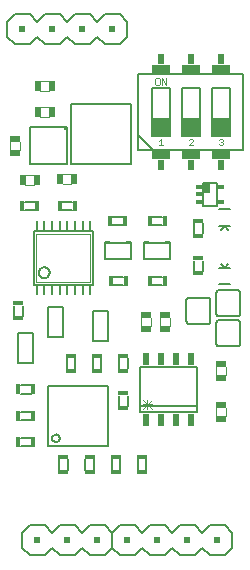
<source format=gto>
G75*
%MOIN*%
%OFA0B0*%
%FSLAX24Y24*%
%IPPOS*%
%LPD*%
%AMOC8*
5,1,8,0,0,1.08239X$1,22.5*
%
%ADD10C,0.0040*%
%ADD11C,0.0080*%
%ADD12R,0.0193X0.0433*%
%ADD13R,0.0374X0.0197*%
%ADD14C,0.0060*%
%ADD15R,0.0200X0.0200*%
%ADD16C,0.0020*%
%ADD17R,0.0591X0.0295*%
%ADD18R,0.0591X0.0591*%
%ADD19R,0.0197X0.0374*%
%ADD20C,0.0050*%
%ADD21R,0.0080X0.0330*%
%ADD22R,0.0207X0.0118*%
%ADD23R,0.0200X0.0350*%
%ADD24R,0.0197X0.0374*%
%ADD25R,0.0160X0.0340*%
%ADD26R,0.0340X0.0160*%
D10*
X005180Y008385D02*
X005180Y008665D01*
X005515Y008665D02*
X005515Y008385D01*
X005810Y008385D02*
X005810Y008665D01*
X006145Y008665D02*
X006145Y008385D01*
X005552Y005929D02*
X005245Y005622D01*
X005245Y005775D02*
X005552Y005775D01*
X005552Y005622D02*
X005245Y005929D01*
X005398Y005929D02*
X005398Y005622D01*
X007685Y005665D02*
X007685Y005385D01*
X008020Y005385D02*
X008020Y005665D01*
X008015Y006760D02*
X008015Y007040D01*
X007680Y007040D02*
X007680Y006760D01*
X002865Y013110D02*
X002585Y013110D01*
X002585Y013445D02*
X002865Y013445D01*
X002115Y015355D02*
X001835Y015355D01*
X001835Y015690D02*
X002115Y015690D01*
X002115Y016230D02*
X001835Y016230D01*
X001835Y016565D02*
X002115Y016565D01*
X001140Y014540D02*
X001140Y014260D01*
X000805Y014260D02*
X000805Y014540D01*
X001335Y013440D02*
X001615Y013440D01*
X001615Y013105D02*
X001335Y013105D01*
D11*
X001225Y001000D02*
X001475Y000750D01*
X001975Y000750D01*
X002225Y001000D01*
X002475Y000750D01*
X002975Y000750D01*
X003225Y001000D01*
X003475Y000750D01*
X003975Y000750D01*
X004225Y001000D01*
X004225Y001500D01*
X003975Y001750D01*
X003475Y001750D01*
X003225Y001500D01*
X002975Y001750D01*
X002475Y001750D01*
X002225Y001500D01*
X001975Y001750D01*
X001475Y001750D01*
X001225Y001500D01*
X001225Y001000D01*
X004225Y001000D02*
X004475Y000750D01*
X004975Y000750D01*
X005225Y001000D01*
X005475Y000750D01*
X005975Y000750D01*
X006225Y001000D01*
X006475Y000750D01*
X006975Y000750D01*
X007225Y001000D01*
X007475Y000750D01*
X007975Y000750D01*
X008225Y001000D01*
X008225Y001500D01*
X007975Y001750D01*
X007475Y001750D01*
X007225Y001500D01*
X006975Y001750D01*
X006475Y001750D01*
X006225Y001500D01*
X005975Y001750D01*
X005475Y001750D01*
X005225Y001500D01*
X004975Y001750D01*
X004475Y001750D01*
X004225Y001500D01*
X004225Y001000D01*
X005155Y005527D02*
X005155Y005724D01*
X007045Y005724D01*
X007045Y005527D01*
X005155Y005527D01*
X005155Y005724D02*
X005155Y007023D01*
X007045Y007023D01*
X007045Y005724D01*
X006158Y010761D02*
X006158Y011176D01*
X005990Y011176D01*
X005460Y011176D02*
X005292Y011176D01*
X005292Y010761D01*
X004854Y010761D02*
X004854Y011176D01*
X004686Y011176D01*
X004156Y011176D02*
X003988Y011176D01*
X003988Y010761D01*
X005100Y014255D02*
X008590Y014255D01*
X008372Y014255D01*
X008590Y014255D02*
X008590Y016795D01*
X005100Y016795D01*
X005100Y014255D01*
X005592Y014255D01*
X005110Y014738D01*
X005319Y014255D02*
X005592Y014255D01*
X005555Y014738D02*
X005555Y016312D01*
X006145Y016312D01*
X006145Y014738D01*
X005555Y014738D01*
X006319Y014255D02*
X006372Y014255D01*
X006555Y014738D02*
X006555Y016312D01*
X007145Y016312D01*
X007145Y014738D01*
X006555Y014738D01*
X007319Y014255D02*
X007372Y014255D01*
X007555Y014738D02*
X007555Y016312D01*
X008145Y016312D01*
X008145Y014738D01*
X007555Y014738D01*
X007711Y013159D02*
X007239Y013159D01*
X007239Y012391D01*
X007711Y012391D01*
X007711Y013159D01*
X007372Y016795D02*
X007319Y016795D01*
X006372Y016795D02*
X006319Y016795D01*
X005319Y016795D02*
X005100Y016795D01*
X004475Y017775D02*
X003975Y017775D01*
X003725Y018025D01*
X003475Y017775D01*
X002975Y017775D01*
X002725Y018025D01*
X002475Y017775D01*
X001975Y017775D01*
X001725Y018025D01*
X001475Y017775D01*
X000975Y017775D01*
X000725Y018025D01*
X000725Y018525D01*
X000975Y018775D01*
X001475Y018775D01*
X001725Y018525D01*
X001975Y018775D01*
X002475Y018775D01*
X002725Y018525D01*
X002975Y018775D01*
X003475Y018775D01*
X003725Y018525D01*
X003975Y018775D01*
X004475Y018775D01*
X004725Y018525D01*
X004725Y018025D01*
X004475Y017775D01*
X008372Y016795D02*
X008590Y016795D01*
D12*
X006850Y007279D03*
X006350Y007279D03*
X005850Y007279D03*
X005350Y007279D03*
X005350Y005271D03*
X005850Y005271D03*
X006350Y005271D03*
X006850Y005271D03*
D13*
X007852Y005297D03*
X007852Y005757D03*
X007848Y006668D03*
X007848Y007128D03*
X005977Y008297D03*
X005977Y008757D03*
X005348Y008753D03*
X005348Y008293D03*
X000973Y014168D03*
X000973Y014628D03*
D14*
X001305Y012540D02*
X001645Y012540D01*
X001645Y012260D02*
X001305Y012260D01*
X001610Y011549D02*
X001610Y009751D01*
X003590Y009751D01*
X003590Y011549D01*
X001610Y011549D01*
X001780Y010170D02*
X001782Y010196D01*
X001788Y010222D01*
X001797Y010246D01*
X001810Y010269D01*
X001826Y010290D01*
X001845Y010308D01*
X001866Y010324D01*
X001890Y010336D01*
X001914Y010344D01*
X001940Y010349D01*
X001967Y010350D01*
X001993Y010347D01*
X002018Y010340D01*
X002042Y010330D01*
X002065Y010316D01*
X002085Y010300D01*
X002102Y010280D01*
X002117Y010258D01*
X002128Y010234D01*
X002136Y010209D01*
X002140Y010183D01*
X002140Y010157D01*
X002136Y010131D01*
X002128Y010106D01*
X002117Y010082D01*
X002102Y010060D01*
X002085Y010040D01*
X002065Y010024D01*
X002042Y010010D01*
X002018Y010000D01*
X001993Y009993D01*
X001967Y009990D01*
X001940Y009991D01*
X001914Y009996D01*
X001890Y010004D01*
X001866Y010016D01*
X001845Y010032D01*
X001826Y010050D01*
X001810Y010071D01*
X001797Y010094D01*
X001788Y010118D01*
X001782Y010144D01*
X001780Y010170D01*
X001240Y009070D02*
X001240Y008730D01*
X000960Y008730D02*
X000960Y009070D01*
X001180Y006415D02*
X001520Y006415D01*
X001520Y006135D02*
X001180Y006135D01*
X001180Y005540D02*
X001520Y005540D01*
X001520Y005260D02*
X001180Y005260D01*
X001180Y004665D02*
X001520Y004665D01*
X001520Y004385D02*
X001180Y004385D01*
X002460Y003945D02*
X002460Y003605D01*
X002740Y003605D02*
X002740Y003945D01*
X003335Y003945D02*
X003335Y003605D01*
X003615Y003605D02*
X003615Y003945D01*
X004210Y003945D02*
X004210Y003605D01*
X004490Y003605D02*
X004490Y003945D01*
X005085Y003945D02*
X005085Y003605D01*
X005365Y003605D02*
X005365Y003945D01*
X004740Y005730D02*
X004740Y006070D01*
X004460Y006070D02*
X004460Y005730D01*
X004460Y006980D02*
X004460Y007320D01*
X004740Y007320D02*
X004740Y006980D01*
X003865Y006980D02*
X003865Y007320D01*
X003585Y007320D02*
X003585Y006980D01*
X002990Y006980D02*
X002990Y007320D01*
X002710Y007320D02*
X002710Y006980D01*
X004251Y009760D02*
X004591Y009760D01*
X004591Y010040D02*
X004251Y010040D01*
X003979Y010640D02*
X003979Y011160D01*
X004863Y011160D01*
X004863Y010640D01*
X003979Y010640D01*
X004234Y011760D02*
X004574Y011760D01*
X004574Y012040D02*
X004234Y012040D01*
X005283Y011160D02*
X005283Y010640D01*
X006167Y010640D01*
X006167Y011160D01*
X005283Y011160D01*
X005555Y011760D02*
X005895Y011760D01*
X005895Y012040D02*
X005555Y012040D01*
X005555Y010040D02*
X005895Y010040D01*
X005895Y009760D02*
X005555Y009760D01*
X006700Y009240D02*
X006700Y008560D01*
X006702Y008543D01*
X006706Y008526D01*
X006713Y008510D01*
X006723Y008496D01*
X006736Y008483D01*
X006750Y008473D01*
X006766Y008466D01*
X006783Y008462D01*
X006800Y008460D01*
X007400Y008460D01*
X007417Y008462D01*
X007434Y008466D01*
X007450Y008473D01*
X007464Y008483D01*
X007477Y008496D01*
X007487Y008510D01*
X007494Y008526D01*
X007498Y008543D01*
X007500Y008560D01*
X007500Y009240D01*
X007498Y009257D01*
X007494Y009274D01*
X007487Y009290D01*
X007477Y009304D01*
X007464Y009317D01*
X007450Y009327D01*
X007434Y009334D01*
X007417Y009338D01*
X007400Y009340D01*
X006800Y009340D01*
X006783Y009338D01*
X006766Y009334D01*
X006750Y009327D01*
X006736Y009317D01*
X006723Y009304D01*
X006713Y009290D01*
X006706Y009274D01*
X006702Y009257D01*
X006700Y009240D01*
X006960Y010230D02*
X006960Y010570D01*
X007240Y010570D02*
X007240Y010230D01*
X007700Y009490D02*
X007700Y008810D01*
X007702Y008793D01*
X007706Y008776D01*
X007713Y008760D01*
X007723Y008746D01*
X007736Y008733D01*
X007750Y008723D01*
X007766Y008716D01*
X007783Y008712D01*
X007800Y008710D01*
X008400Y008710D01*
X008417Y008712D01*
X008434Y008716D01*
X008450Y008723D01*
X008464Y008733D01*
X008477Y008746D01*
X008487Y008760D01*
X008494Y008776D01*
X008498Y008793D01*
X008500Y008810D01*
X008500Y009490D01*
X008498Y009507D01*
X008494Y009524D01*
X008487Y009540D01*
X008477Y009554D01*
X008464Y009567D01*
X008450Y009577D01*
X008434Y009584D01*
X008417Y009588D01*
X008400Y009590D01*
X007800Y009590D01*
X007783Y009588D01*
X007766Y009584D01*
X007750Y009577D01*
X007736Y009567D01*
X007723Y009554D01*
X007713Y009540D01*
X007706Y009524D01*
X007702Y009507D01*
X007700Y009490D01*
X007800Y008590D02*
X008400Y008590D01*
X008417Y008588D01*
X008434Y008584D01*
X008450Y008577D01*
X008464Y008567D01*
X008477Y008554D01*
X008487Y008540D01*
X008494Y008524D01*
X008498Y008507D01*
X008500Y008490D01*
X008500Y007810D01*
X008498Y007793D01*
X008494Y007776D01*
X008487Y007760D01*
X008477Y007746D01*
X008464Y007733D01*
X008450Y007723D01*
X008434Y007716D01*
X008417Y007712D01*
X008400Y007710D01*
X007800Y007710D01*
X007783Y007712D01*
X007766Y007716D01*
X007750Y007723D01*
X007736Y007733D01*
X007723Y007746D01*
X007713Y007760D01*
X007706Y007776D01*
X007702Y007793D01*
X007700Y007810D01*
X007700Y008490D01*
X007702Y008507D01*
X007706Y008524D01*
X007713Y008540D01*
X007723Y008554D01*
X007736Y008567D01*
X007750Y008577D01*
X007766Y008584D01*
X007783Y008588D01*
X007800Y008590D01*
X007240Y011480D02*
X007240Y011820D01*
X006960Y011820D02*
X006960Y011480D01*
X002895Y012260D02*
X002555Y012260D01*
X002555Y012540D02*
X002895Y012540D01*
D15*
X003225Y018275D03*
X002225Y018275D03*
X001225Y018275D03*
X004225Y018275D03*
X003725Y001250D03*
X004725Y001250D03*
X005725Y001250D03*
X006725Y001250D03*
X007725Y001250D03*
X002725Y001250D03*
X001725Y001250D03*
D16*
X001700Y009841D02*
X001700Y011459D01*
X003500Y011459D01*
X003500Y009841D01*
X001700Y009841D01*
X005700Y016431D02*
X005773Y016431D01*
X005810Y016467D01*
X005810Y016614D01*
X005773Y016651D01*
X005700Y016651D01*
X005663Y016614D01*
X005663Y016467D01*
X005700Y016431D01*
X005884Y016431D02*
X005884Y016651D01*
X006031Y016431D01*
X006031Y016651D01*
X005855Y014633D02*
X005781Y014560D01*
X005855Y014633D02*
X005855Y014413D01*
X005928Y014413D02*
X005781Y014413D01*
X006781Y014413D02*
X006928Y014560D01*
X006928Y014596D01*
X006891Y014633D01*
X006818Y014633D01*
X006781Y014596D01*
X006781Y014413D02*
X006928Y014413D01*
X007781Y014450D02*
X007818Y014413D01*
X007891Y014413D01*
X007928Y014450D01*
X007928Y014486D01*
X007891Y014523D01*
X007855Y014523D01*
X007891Y014523D02*
X007928Y014560D01*
X007928Y014596D01*
X007891Y014633D01*
X007818Y014633D01*
X007781Y014596D01*
D17*
X007850Y014098D03*
X006850Y014098D03*
X005850Y014098D03*
X005850Y016952D03*
X006850Y016952D03*
X007850Y016952D03*
D18*
X007850Y015033D03*
X006850Y015033D03*
X005850Y015033D03*
D19*
X005850Y013763D03*
X006850Y013763D03*
X007850Y013763D03*
X007850Y017287D03*
X006850Y017287D03*
X005850Y017287D03*
D20*
X004850Y015775D02*
X004850Y013775D01*
X002850Y013775D01*
X002850Y015775D01*
X004850Y015775D01*
X002725Y015025D02*
X002725Y014963D01*
X002663Y014963D01*
X002663Y015025D01*
X001475Y015025D01*
X001475Y013775D01*
X002725Y013775D01*
X002725Y014963D01*
X002725Y015025D02*
X002663Y015025D01*
X002600Y009025D02*
X002100Y009025D01*
X002100Y008025D01*
X002600Y008025D01*
X002600Y009025D01*
X003600Y008900D02*
X003600Y007900D01*
X004100Y007900D01*
X004100Y008900D01*
X003600Y008900D01*
X004100Y006400D02*
X002100Y006400D01*
X002100Y004400D01*
X004100Y004400D01*
X004100Y006400D01*
X002225Y004650D02*
X002227Y004672D01*
X002233Y004693D01*
X002242Y004712D01*
X002254Y004730D01*
X002270Y004746D01*
X002287Y004758D01*
X002307Y004767D01*
X002328Y004773D01*
X002350Y004775D01*
X002372Y004773D01*
X002393Y004767D01*
X002412Y004758D01*
X002430Y004746D01*
X002446Y004730D01*
X002458Y004712D01*
X002467Y004693D01*
X002473Y004672D01*
X002475Y004650D01*
X002473Y004628D01*
X002467Y004607D01*
X002458Y004588D01*
X002446Y004570D01*
X002430Y004554D01*
X002413Y004542D01*
X002393Y004533D01*
X002372Y004527D01*
X002350Y004525D01*
X002328Y004527D01*
X002307Y004533D01*
X002287Y004542D01*
X002270Y004554D01*
X002254Y004570D01*
X002242Y004587D01*
X002233Y004607D01*
X002227Y004628D01*
X002225Y004650D01*
X001600Y007150D02*
X001100Y007150D01*
X001100Y008150D01*
X001600Y008150D01*
X001600Y007150D01*
X007788Y009775D02*
X008163Y009775D01*
X008163Y010338D02*
X007975Y010338D01*
X007850Y010463D01*
X007788Y010338D02*
X007975Y010338D01*
X008100Y010463D01*
X008100Y011588D02*
X007975Y011713D01*
X007850Y011588D01*
X007788Y011713D02*
X007975Y011713D01*
X008163Y011713D01*
X008163Y012275D02*
X007788Y012275D01*
D21*
X003496Y011714D03*
X003240Y011714D03*
X002984Y011714D03*
X002728Y011714D03*
X002472Y011714D03*
X002216Y011714D03*
X001960Y011714D03*
X001704Y011714D03*
X001704Y009586D03*
X001960Y009586D03*
X002216Y009586D03*
X002472Y009586D03*
X002728Y009586D03*
X002984Y009586D03*
X003240Y009586D03*
X003496Y009586D03*
D22*
X007106Y012519D03*
X007106Y012775D03*
X007106Y013031D03*
X007844Y013031D03*
X007844Y012519D03*
D23*
X007375Y013000D03*
D24*
X002953Y013277D03*
X002493Y013277D03*
X001707Y013273D03*
X001247Y013273D03*
X001747Y015523D03*
X001747Y016398D03*
X002207Y016398D03*
X002207Y015523D03*
D25*
X002475Y012400D03*
X002975Y012400D03*
X004154Y011900D03*
X004654Y011900D03*
X005475Y011900D03*
X005975Y011900D03*
X005975Y009900D03*
X005475Y009900D03*
X004671Y009900D03*
X004171Y009900D03*
X001725Y012400D03*
X001225Y012400D03*
X001100Y006275D03*
X001100Y005400D03*
X001100Y004525D03*
X001600Y004525D03*
X001600Y005400D03*
X001600Y006275D03*
D26*
X002600Y004025D03*
X002600Y003525D03*
X003475Y003525D03*
X003475Y004025D03*
X004350Y004025D03*
X004350Y003525D03*
X005225Y003525D03*
X005225Y004025D03*
X004600Y005650D03*
X004600Y006150D03*
X004600Y006900D03*
X004600Y007400D03*
X003725Y007400D03*
X003725Y006900D03*
X002850Y006900D03*
X002850Y007400D03*
X001100Y008650D03*
X001100Y009150D03*
X007100Y010150D03*
X007100Y010650D03*
X007100Y011400D03*
X007100Y011900D03*
M02*

</source>
